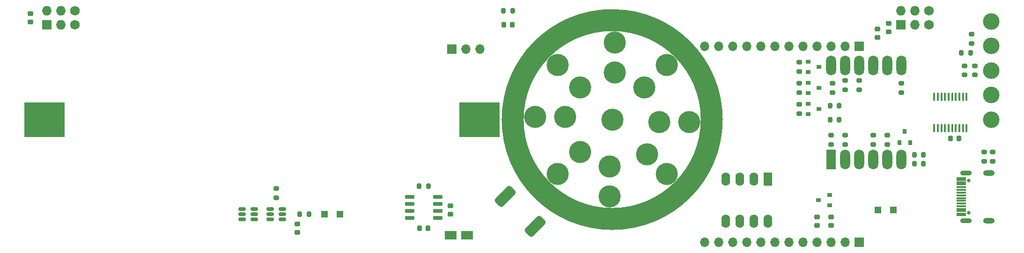
<source format=gbs>
G04 #@! TF.GenerationSoftware,KiCad,Pcbnew,6.0.7-f9a2dced07~116~ubuntu22.04.1*
G04 #@! TF.CreationDate,2022-10-14T14:53:26-07:00*
G04 #@! TF.ProjectId,badge-18650,62616467-652d-4313-9836-35302e6b6963,rev?*
G04 #@! TF.SameCoordinates,Original*
G04 #@! TF.FileFunction,Soldermask,Bot*
G04 #@! TF.FilePolarity,Negative*
%FSLAX46Y46*%
G04 Gerber Fmt 4.6, Leading zero omitted, Abs format (unit mm)*
G04 Created by KiCad (PCBNEW 6.0.7-f9a2dced07~116~ubuntu22.04.1) date 2022-10-14 14:53:26*
%MOMM*%
%LPD*%
G01*
G04 APERTURE LIST*
G04 Aperture macros list*
%AMRoundRect*
0 Rectangle with rounded corners*
0 $1 Rounding radius*
0 $2 $3 $4 $5 $6 $7 $8 $9 X,Y pos of 4 corners*
0 Add a 4 corners polygon primitive as box body*
4,1,4,$2,$3,$4,$5,$6,$7,$8,$9,$2,$3,0*
0 Add four circle primitives for the rounded corners*
1,1,$1+$1,$2,$3*
1,1,$1+$1,$4,$5*
1,1,$1+$1,$6,$7*
1,1,$1+$1,$8,$9*
0 Add four rect primitives between the rounded corners*
20,1,$1+$1,$2,$3,$4,$5,0*
20,1,$1+$1,$4,$5,$6,$7,0*
20,1,$1+$1,$6,$7,$8,$9,0*
20,1,$1+$1,$8,$9,$2,$3,0*%
%AMFreePoly0*
4,1,6,1.000000,0.000000,0.500000,-0.750000,-0.500000,-0.750000,-0.500000,0.750000,0.500000,0.750000,1.000000,0.000000,1.000000,0.000000,$1*%
G04 Aperture macros list end*
%ADD10C,4.000000*%
%ADD11O,1.727200X1.727200*%
%ADD12R,1.727200X1.727200*%
%ADD13C,1.727200*%
%ADD14R,1.700000X1.700000*%
%ADD15O,1.700000X1.700000*%
%ADD16R,1.800000X3.600000*%
%ADD17O,1.800000X3.600000*%
%ADD18R,1.600000X2.400000*%
%ADD19O,1.600000X2.400000*%
%ADD20RoundRect,0.200000X-0.275000X0.200000X-0.275000X-0.200000X0.275000X-0.200000X0.275000X0.200000X0*%
%ADD21C,3.000000*%
%ADD22C,4.000000*%
%ADD23RoundRect,0.500000X0.707107X1.414214X-1.414214X-0.707107X-0.707107X-1.414214X1.414214X0.707107X0*%
%ADD24RoundRect,0.200000X0.200000X0.275000X-0.200000X0.275000X-0.200000X-0.275000X0.200000X-0.275000X0*%
%ADD25RoundRect,0.225000X-0.250000X0.225000X-0.250000X-0.225000X0.250000X-0.225000X0.250000X0.225000X0*%
%ADD26RoundRect,0.225000X0.250000X-0.225000X0.250000X0.225000X-0.250000X0.225000X-0.250000X-0.225000X0*%
%ADD27R,0.800000X0.900000*%
%ADD28RoundRect,0.200000X-0.200000X-0.275000X0.200000X-0.275000X0.200000X0.275000X-0.200000X0.275000X0*%
%ADD29RoundRect,0.200000X0.275000X-0.200000X0.275000X0.200000X-0.275000X0.200000X-0.275000X-0.200000X0*%
%ADD30R,0.900000X0.800000*%
%ADD31RoundRect,0.225000X0.225000X0.250000X-0.225000X0.250000X-0.225000X-0.250000X0.225000X-0.250000X0*%
%ADD32RoundRect,0.100000X-0.100000X0.637500X-0.100000X-0.637500X0.100000X-0.637500X0.100000X0.637500X0*%
%ADD33RoundRect,0.225000X-0.225000X-0.250000X0.225000X-0.250000X0.225000X0.250000X-0.225000X0.250000X0*%
%ADD34RoundRect,0.150000X-0.725000X-0.150000X0.725000X-0.150000X0.725000X0.150000X-0.725000X0.150000X0*%
%ADD35RoundRect,0.150000X-0.512500X-0.150000X0.512500X-0.150000X0.512500X0.150000X-0.512500X0.150000X0*%
%ADD36R,1.200000X1.200000*%
%ADD37R,1.500000X1.500000*%
%ADD38FreePoly0,180.000000*%
%ADD39FreePoly0,0.000000*%
%ADD40R,7.340000X6.350000*%
%ADD41C,0.650000*%
%ADD42R,1.750000X0.300000*%
%ADD43O,2.100000X0.900000*%
%ADD44O,2.100000X1.000000*%
G04 APERTURE END LIST*
D10*
G04 #@! TO.C,LS1*
X229882500Y-117475000D02*
G75*
G03*
X229882500Y-117475000I-18000000J0D01*
G01*
G04 #@! TD*
D11*
G04 #@! TO.C,X1*
X109660000Y-97810000D03*
D12*
X109660000Y-100350000D03*
D11*
X112200000Y-97810000D03*
X112200000Y-100350000D03*
D13*
X114740000Y-97810000D03*
X114740000Y-100350000D03*
G04 #@! TD*
D11*
G04 #@! TO.C,X2*
X264057898Y-97810000D03*
D12*
X264057898Y-100350000D03*
D11*
X266597898Y-97810000D03*
X266597898Y-100350000D03*
D13*
X269137898Y-97810000D03*
X269137898Y-100350000D03*
G04 #@! TD*
D14*
G04 #@! TO.C,J1*
X182895000Y-104705000D03*
D15*
X185435000Y-104705000D03*
X187975000Y-104705000D03*
G04 #@! TD*
D16*
G04 #@! TO.C,U6*
X251460000Y-124725000D03*
D17*
X254000000Y-124725000D03*
X256540000Y-124725000D03*
X259080000Y-124725000D03*
X261620000Y-124725000D03*
X264160000Y-124725000D03*
X264160000Y-107685000D03*
X261620000Y-107685000D03*
X259080000Y-107685000D03*
X256540000Y-107685000D03*
X254000000Y-107685000D03*
X251460000Y-107685000D03*
G04 #@! TD*
D18*
G04 #@! TO.C,SW1*
X240030000Y-128270000D03*
D19*
X237490000Y-128270000D03*
X234950000Y-128270000D03*
X232410000Y-128270000D03*
X232410000Y-135890000D03*
X234950000Y-135890000D03*
X237490000Y-135890000D03*
X240030000Y-135890000D03*
G04 #@! TD*
D20*
G04 #@! TO.C,R16*
X261620000Y-120333000D03*
X261620000Y-121983000D03*
G04 #@! TD*
D21*
G04 #@! TO.C,TP5*
X280435000Y-99695000D03*
G04 #@! TD*
D22*
G04 #@! TO.C,LS1*
X220413743Y-117924013D03*
X217719666Y-111637834D03*
X218168679Y-123761179D03*
X211433487Y-131394397D03*
X212331513Y-103555603D03*
X202004218Y-107596718D03*
X203351257Y-117025987D03*
X202004218Y-127353282D03*
X206045334Y-111637834D03*
X221760782Y-107596718D03*
X212331513Y-108943757D03*
X211433487Y-126006243D03*
X197963103Y-117025987D03*
X211882500Y-117475000D03*
X225801897Y-117924013D03*
X206045334Y-123312166D03*
X221760782Y-127353282D03*
D23*
X192574949Y-131394397D03*
X197963103Y-136782551D03*
G04 #@! TD*
D21*
G04 #@! TO.C,TP4*
X280435000Y-108585000D03*
G04 #@! TD*
D24*
G04 #@! TO.C,R25*
X276669000Y-105410000D03*
X275019000Y-105410000D03*
G04 #@! TD*
D21*
G04 #@! TO.C,TP3*
X280435000Y-104140000D03*
G04 #@! TD*
D20*
G04 #@! TO.C,R9*
X276860000Y-102045000D03*
X276860000Y-103695000D03*
G04 #@! TD*
D14*
G04 #@! TO.C,J2*
X256540000Y-139700000D03*
D15*
X254000000Y-139700000D03*
X251460000Y-139700000D03*
X248920000Y-139700000D03*
X246380000Y-139700000D03*
X243840000Y-139700000D03*
X241300000Y-139700000D03*
X238760000Y-139700000D03*
X236220000Y-139700000D03*
X233680000Y-139700000D03*
X231140000Y-139700000D03*
X228600000Y-139700000D03*
G04 #@! TD*
D25*
G04 #@! TO.C,C3*
X154940000Y-136385000D03*
X154940000Y-137935000D03*
G04 #@! TD*
D26*
G04 #@! TO.C,C6*
X182626000Y-134633000D03*
X182626000Y-133083000D03*
G04 #@! TD*
D27*
G04 #@! TO.C,Q1*
X265745000Y-121650000D03*
X263845000Y-121650000D03*
X264795000Y-119650000D03*
G04 #@! TD*
D25*
G04 #@! TO.C,C1*
X106680000Y-98285000D03*
X106680000Y-99835000D03*
G04 #@! TD*
D28*
G04 #@! TO.C,R2*
X176975000Y-129540000D03*
X178625000Y-129540000D03*
G04 #@! TD*
D29*
G04 #@! TO.C,R10*
X254000000Y-112077000D03*
X254000000Y-110427000D03*
G04 #@! TD*
D30*
G04 #@! TO.C,U4*
X251190000Y-131130000D03*
X251190000Y-133030000D03*
X249190000Y-132080000D03*
G04 #@! TD*
G04 #@! TO.C,Q2*
X247285000Y-116520000D03*
X247285000Y-114620000D03*
X249285000Y-115570000D03*
G04 #@! TD*
D24*
G04 #@! TO.C,R18*
X252920000Y-117475000D03*
X251270000Y-117475000D03*
G04 #@! TD*
D20*
G04 #@! TO.C,R7*
X277495000Y-107760000D03*
X277495000Y-109410000D03*
G04 #@! TD*
G04 #@! TO.C,R24*
X245745000Y-107125000D03*
X245745000Y-108775000D03*
G04 #@! TD*
D25*
G04 #@! TO.C,C4*
X251460000Y-135115000D03*
X251460000Y-136665000D03*
G04 #@! TD*
D29*
G04 #@! TO.C,R15*
X256540000Y-112077000D03*
X256540000Y-110427000D03*
G04 #@! TD*
D25*
G04 #@! TO.C,C9*
X259842000Y-101079000D03*
X259842000Y-102629000D03*
G04 #@! TD*
D31*
G04 #@! TO.C,C5*
X178575000Y-137160000D03*
X177025000Y-137160000D03*
G04 #@! TD*
D25*
G04 #@! TO.C,C8*
X261874000Y-100063000D03*
X261874000Y-101613000D03*
G04 #@! TD*
G04 #@! TO.C,C2*
X248920000Y-135115000D03*
X248920000Y-136665000D03*
G04 #@! TD*
D32*
G04 #@! TO.C,U5*
X270125000Y-113342500D03*
X270775000Y-113342500D03*
X271425000Y-113342500D03*
X272075000Y-113342500D03*
X272725000Y-113342500D03*
X273375000Y-113342500D03*
X274025000Y-113342500D03*
X274675000Y-113342500D03*
X275325000Y-113342500D03*
X275975000Y-113342500D03*
X275975000Y-119067500D03*
X275325000Y-119067500D03*
X274675000Y-119067500D03*
X274025000Y-119067500D03*
X273375000Y-119067500D03*
X272725000Y-119067500D03*
X272075000Y-119067500D03*
X271425000Y-119067500D03*
X270775000Y-119067500D03*
X270125000Y-119067500D03*
G04 #@! TD*
D20*
G04 #@! TO.C,R23*
X245745000Y-110935000D03*
X245745000Y-112585000D03*
G04 #@! TD*
D33*
G04 #@! TO.C,C10*
X273037000Y-120904000D03*
X274587000Y-120904000D03*
G04 #@! TD*
D34*
G04 #@! TO.C,U1*
X175225000Y-135255000D03*
X175225000Y-133985000D03*
X175225000Y-132715000D03*
X175225000Y-131445000D03*
X180375000Y-131445000D03*
X180375000Y-132715000D03*
X180375000Y-133985000D03*
X180375000Y-135255000D03*
G04 #@! TD*
D35*
G04 #@! TO.C,U3*
X144912500Y-135570000D03*
X144912500Y-134620000D03*
X144912500Y-133670000D03*
X147187500Y-133670000D03*
X147187500Y-134620000D03*
X147187500Y-135570000D03*
G04 #@! TD*
D36*
G04 #@! TO.C,D1*
X162690000Y-134620000D03*
X159890000Y-134620000D03*
G04 #@! TD*
D24*
G04 #@! TO.C,R19*
X252920000Y-114935000D03*
X251270000Y-114935000D03*
G04 #@! TD*
D29*
G04 #@! TO.C,R20*
X251714000Y-112585000D03*
X251714000Y-110935000D03*
G04 #@! TD*
D35*
G04 #@! TO.C,U2*
X149992500Y-135570000D03*
X149992500Y-134620000D03*
X149992500Y-133670000D03*
X152267500Y-133670000D03*
X152267500Y-134620000D03*
X152267500Y-135570000D03*
G04 #@! TD*
D33*
G04 #@! TO.C,C7*
X192265000Y-100330000D03*
X193815000Y-100330000D03*
G04 #@! TD*
D24*
G04 #@! TO.C,R3*
X157035000Y-134620000D03*
X155385000Y-134620000D03*
G04 #@! TD*
D20*
G04 #@! TO.C,R13*
X254000000Y-120333000D03*
X254000000Y-121983000D03*
G04 #@! TD*
D24*
G04 #@! TO.C,R21*
X268160000Y-125476000D03*
X266510000Y-125476000D03*
G04 #@! TD*
D30*
G04 #@! TO.C,Q3*
X247285000Y-112710000D03*
X247285000Y-110810000D03*
X249285000Y-111760000D03*
G04 #@! TD*
D20*
G04 #@! TO.C,R22*
X245745000Y-114745000D03*
X245745000Y-116395000D03*
G04 #@! TD*
D30*
G04 #@! TO.C,Q4*
X247285000Y-108900000D03*
X247285000Y-107000000D03*
X249285000Y-107950000D03*
G04 #@! TD*
D29*
G04 #@! TO.C,R11*
X264160000Y-112585000D03*
X264160000Y-110935000D03*
G04 #@! TD*
G04 #@! TO.C,R6*
X280670000Y-125031000D03*
X280670000Y-123381000D03*
G04 #@! TD*
D37*
G04 #@! TO.C,JP1*
X185350000Y-138430000D03*
X182950000Y-138430000D03*
D38*
X186150000Y-138430000D03*
D39*
X182150000Y-138430000D03*
G04 #@! TD*
D21*
G04 #@! TO.C,TP1*
X280435000Y-113030000D03*
G04 #@! TD*
D14*
G04 #@! TO.C,J4*
X256515000Y-104197000D03*
D15*
X253975000Y-104197000D03*
X251435000Y-104197000D03*
X248895000Y-104197000D03*
X246355000Y-104197000D03*
X243815000Y-104197000D03*
X241275000Y-104197000D03*
X238735000Y-104197000D03*
X236195000Y-104197000D03*
X233655000Y-104197000D03*
X231115000Y-104197000D03*
X228575000Y-104197000D03*
G04 #@! TD*
D20*
G04 #@! TO.C,R8*
X275590000Y-107760000D03*
X275590000Y-109410000D03*
G04 #@! TD*
D40*
G04 #@! TO.C,BT1*
X187920000Y-117475000D03*
X109260000Y-117475000D03*
G04 #@! TD*
D24*
G04 #@! TO.C,R17*
X268160000Y-123825000D03*
X266510000Y-123825000D03*
G04 #@! TD*
D20*
G04 #@! TO.C,R12*
X259080000Y-120333000D03*
X259080000Y-121983000D03*
G04 #@! TD*
D21*
G04 #@! TO.C,TP2*
X280435000Y-117475000D03*
G04 #@! TD*
D29*
G04 #@! TO.C,R5*
X279146000Y-125031000D03*
X279146000Y-123381000D03*
G04 #@! TD*
G04 #@! TO.C,R4*
X151130000Y-131635000D03*
X151130000Y-129985000D03*
G04 #@! TD*
D20*
G04 #@! TO.C,R14*
X251460000Y-120333000D03*
X251460000Y-121983000D03*
G04 #@! TD*
D36*
G04 #@! TO.C,D2*
X259966000Y-133858000D03*
X262766000Y-133858000D03*
G04 #@! TD*
D41*
G04 #@! TO.C,J5*
X276320000Y-128555000D03*
X276320000Y-134335000D03*
D42*
X274980000Y-128095000D03*
X274980000Y-128895000D03*
X274980000Y-130195000D03*
X274980000Y-131195000D03*
X274980000Y-131695000D03*
X274980000Y-132695000D03*
X274980000Y-133995000D03*
X274980000Y-134795000D03*
X274980000Y-134495000D03*
X274980000Y-133695000D03*
X274980000Y-133195000D03*
X274980000Y-132195000D03*
X274980000Y-130695000D03*
X274980000Y-129695000D03*
X274980000Y-129195000D03*
X274980000Y-128395000D03*
D43*
X275820000Y-127125000D03*
D44*
X280000000Y-127125000D03*
D43*
X275820000Y-135765000D03*
D44*
X280000000Y-135765000D03*
G04 #@! TD*
D28*
G04 #@! TO.C,R1*
X192215000Y-97790000D03*
X193865000Y-97790000D03*
G04 #@! TD*
M02*

</source>
